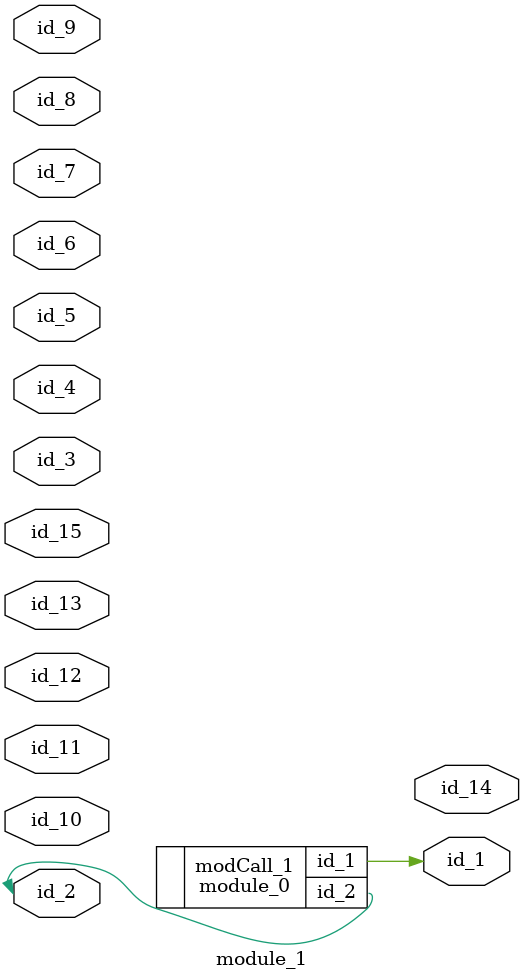
<source format=v>
module module_0 (
    id_1,
    id_2
);
  inout wire id_2;
  output wire id_1;
  wire id_3;
  assign id_1 = 1;
endmodule
module module_1 (
    id_1,
    id_2,
    id_3,
    id_4,
    id_5,
    id_6,
    id_7,
    id_8,
    id_9,
    id_10,
    id_11,
    id_12,
    id_13,
    id_14,
    id_15
);
  inout wire id_15;
  output wire id_14;
  inout wire id_13;
  input wire id_12;
  input wire id_11;
  inout wire id_10;
  input wire id_9;
  input wire id_8;
  inout wire id_7;
  input wire id_6;
  input wire id_5;
  inout wire id_4;
  input wire id_3;
  inout wire id_2;
  output wire id_1;
  module_0 modCall_1 (
      id_1,
      id_2
  );
endmodule

</source>
